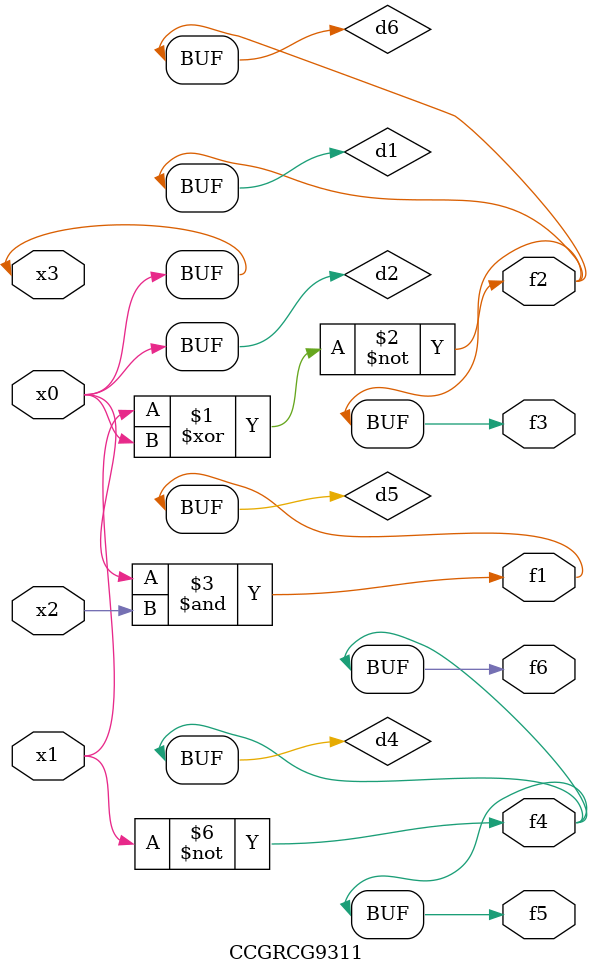
<source format=v>
module CCGRCG9311(
	input x0, x1, x2, x3,
	output f1, f2, f3, f4, f5, f6
);

	wire d1, d2, d3, d4, d5, d6;

	xnor (d1, x1, x3);
	buf (d2, x0, x3);
	nand (d3, x0, x2);
	not (d4, x1);
	nand (d5, d3);
	or (d6, d1);
	assign f1 = d5;
	assign f2 = d6;
	assign f3 = d6;
	assign f4 = d4;
	assign f5 = d4;
	assign f6 = d4;
endmodule

</source>
